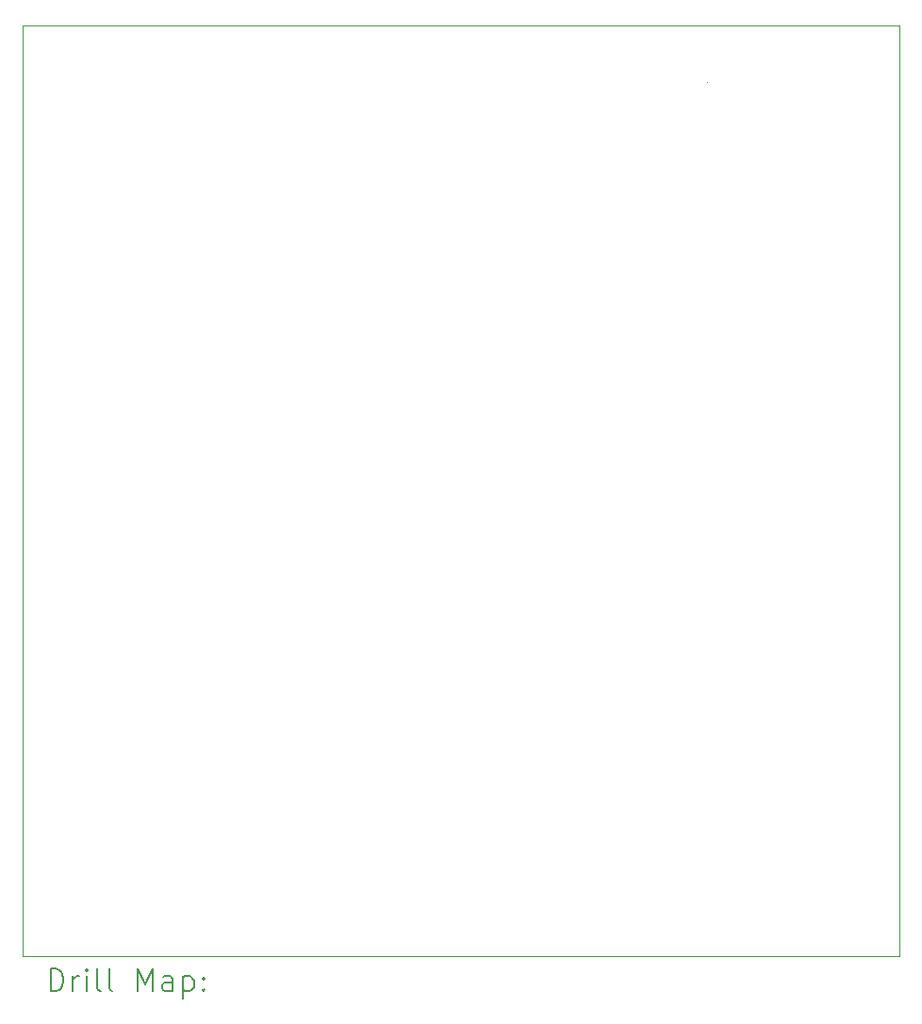
<source format=gbr>
%TF.GenerationSoftware,KiCad,Pcbnew,(6.0.9)*%
%TF.CreationDate,2022-11-16T12:37:48-05:00*%
%TF.ProjectId,Project.1,50726f6a-6563-4742-9e31-2e6b69636164,rev?*%
%TF.SameCoordinates,Original*%
%TF.FileFunction,Drillmap*%
%TF.FilePolarity,Positive*%
%FSLAX45Y45*%
G04 Gerber Fmt 4.5, Leading zero omitted, Abs format (unit mm)*
G04 Created by KiCad (PCBNEW (6.0.9)) date 2022-11-16 12:37:48*
%MOMM*%
%LPD*%
G01*
G04 APERTURE LIST*
%ADD10C,0.100000*%
%ADD11C,0.200000*%
G04 APERTURE END LIST*
D10*
X15240000Y-4571820D02*
X15240000Y-4571820D01*
X15240000Y-4571820D02*
X15240000Y-4571820D01*
X15240000Y-4571820D02*
X15240000Y-4571820D01*
X15240000Y-4571820D02*
X15240000Y-4571820D01*
X16967000Y-4062000D02*
X9093000Y-4062000D01*
X9093000Y-4062000D02*
X9093000Y-12420000D01*
X9093000Y-12420000D02*
X16967000Y-12420000D01*
X16967000Y-12420000D02*
X16967000Y-4062000D01*
D11*
X9345619Y-12735476D02*
X9345619Y-12535476D01*
X9393238Y-12535476D01*
X9421810Y-12545000D01*
X9440857Y-12564048D01*
X9450381Y-12583095D01*
X9459905Y-12621190D01*
X9459905Y-12649762D01*
X9450381Y-12687857D01*
X9440857Y-12706905D01*
X9421810Y-12725952D01*
X9393238Y-12735476D01*
X9345619Y-12735476D01*
X9545619Y-12735476D02*
X9545619Y-12602143D01*
X9545619Y-12640238D02*
X9555143Y-12621190D01*
X9564667Y-12611667D01*
X9583714Y-12602143D01*
X9602762Y-12602143D01*
X9669429Y-12735476D02*
X9669429Y-12602143D01*
X9669429Y-12535476D02*
X9659905Y-12545000D01*
X9669429Y-12554524D01*
X9678952Y-12545000D01*
X9669429Y-12535476D01*
X9669429Y-12554524D01*
X9793238Y-12735476D02*
X9774190Y-12725952D01*
X9764667Y-12706905D01*
X9764667Y-12535476D01*
X9898000Y-12735476D02*
X9878952Y-12725952D01*
X9869429Y-12706905D01*
X9869429Y-12535476D01*
X10126571Y-12735476D02*
X10126571Y-12535476D01*
X10193238Y-12678333D01*
X10259905Y-12535476D01*
X10259905Y-12735476D01*
X10440857Y-12735476D02*
X10440857Y-12630714D01*
X10431333Y-12611667D01*
X10412286Y-12602143D01*
X10374190Y-12602143D01*
X10355143Y-12611667D01*
X10440857Y-12725952D02*
X10421810Y-12735476D01*
X10374190Y-12735476D01*
X10355143Y-12725952D01*
X10345619Y-12706905D01*
X10345619Y-12687857D01*
X10355143Y-12668809D01*
X10374190Y-12659286D01*
X10421810Y-12659286D01*
X10440857Y-12649762D01*
X10536095Y-12602143D02*
X10536095Y-12802143D01*
X10536095Y-12611667D02*
X10555143Y-12602143D01*
X10593238Y-12602143D01*
X10612286Y-12611667D01*
X10621810Y-12621190D01*
X10631333Y-12640238D01*
X10631333Y-12697381D01*
X10621810Y-12716428D01*
X10612286Y-12725952D01*
X10593238Y-12735476D01*
X10555143Y-12735476D01*
X10536095Y-12725952D01*
X10717048Y-12716428D02*
X10726571Y-12725952D01*
X10717048Y-12735476D01*
X10707524Y-12725952D01*
X10717048Y-12716428D01*
X10717048Y-12735476D01*
X10717048Y-12611667D02*
X10726571Y-12621190D01*
X10717048Y-12630714D01*
X10707524Y-12621190D01*
X10717048Y-12611667D01*
X10717048Y-12630714D01*
M02*

</source>
